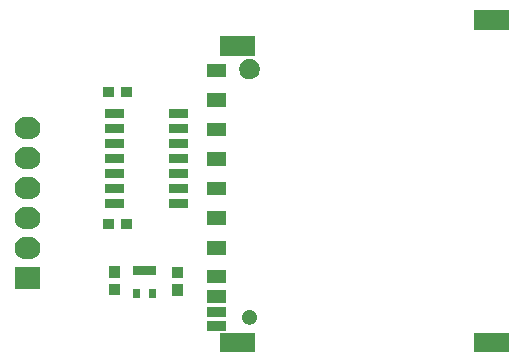
<source format=gts>
%TF.GenerationSoftware,KiCad,Pcbnew,4.0.4+e1-6308~48~ubuntu16.04.1-stable*%
%TF.CreationDate,2017-01-04T17:26:24-08:00*%
%TF.ProjectId,sd-full-2041021-4-breakout,73642D66756C6C2D323034313032312D,v1.0*%
%TF.FileFunction,Soldermask,Top*%
%FSLAX46Y46*%
G04 Gerber Fmt 4.6, Leading zero omitted, Abs format (unit mm)*
G04 Created by KiCad (PCBNEW 4.0.4+e1-6308~48~ubuntu16.04.1-stable) date Wed Jan  4 17:26:24 2017*
%MOMM*%
%LPD*%
G01*
G04 APERTURE LIST*
%ADD10C,0.350000*%
G04 APERTURE END LIST*
D10*
G36*
X140848200Y-92638200D02*
X137895800Y-92638200D01*
X137895800Y-90985800D01*
X140848200Y-90985800D01*
X140848200Y-92638200D01*
X140848200Y-92638200D01*
G37*
G36*
X119348200Y-92638200D02*
X116395800Y-92638200D01*
X116395800Y-90985800D01*
X119348200Y-90985800D01*
X119348200Y-92638200D01*
X119348200Y-92638200D01*
G37*
G36*
X116898200Y-90843200D02*
X115245800Y-90843200D01*
X115245800Y-89990800D01*
X116898200Y-89990800D01*
X116898200Y-90843200D01*
X116898200Y-90843200D01*
G37*
G36*
X118937776Y-89036215D02*
X119058065Y-89060907D01*
X119171281Y-89108498D01*
X119273089Y-89177169D01*
X119359621Y-89264307D01*
X119427578Y-89366591D01*
X119474375Y-89480130D01*
X119498159Y-89600249D01*
X119498159Y-89600254D01*
X119498227Y-89600598D01*
X119496268Y-89740863D01*
X119496192Y-89741197D01*
X119496192Y-89741211D01*
X119469063Y-89860619D01*
X119419116Y-89972803D01*
X119348326Y-90073152D01*
X119259394Y-90157842D01*
X119155705Y-90223645D01*
X119041213Y-90268053D01*
X118920276Y-90289378D01*
X118797497Y-90286806D01*
X118677555Y-90260435D01*
X118565021Y-90211270D01*
X118464184Y-90141186D01*
X118378876Y-90052848D01*
X118312350Y-89949620D01*
X118267142Y-89835437D01*
X118244975Y-89714655D01*
X118246689Y-89591861D01*
X118272221Y-89471740D01*
X118320600Y-89358865D01*
X118389980Y-89257537D01*
X118477719Y-89171616D01*
X118580480Y-89104372D01*
X118694343Y-89058368D01*
X118814969Y-89035358D01*
X118937776Y-89036215D01*
X118937776Y-89036215D01*
G37*
G36*
X116898200Y-89643200D02*
X115245800Y-89643200D01*
X115245800Y-88790800D01*
X116898200Y-88790800D01*
X116898200Y-89643200D01*
X116898200Y-89643200D01*
G37*
G36*
X116898200Y-88493200D02*
X115245800Y-88493200D01*
X115245800Y-87340800D01*
X116898200Y-87340800D01*
X116898200Y-88493200D01*
X116898200Y-88493200D01*
G37*
G36*
X110918200Y-88006200D02*
X110345800Y-88006200D01*
X110345800Y-87253800D01*
X110918200Y-87253800D01*
X110918200Y-88006200D01*
X110918200Y-88006200D01*
G37*
G36*
X109618200Y-88006200D02*
X109045800Y-88006200D01*
X109045800Y-87253800D01*
X109618200Y-87253800D01*
X109618200Y-88006200D01*
X109618200Y-88006200D01*
G37*
G36*
X113227200Y-87840200D02*
X112324800Y-87840200D01*
X112324800Y-86887800D01*
X113227200Y-86887800D01*
X113227200Y-87840200D01*
X113227200Y-87840200D01*
G37*
G36*
X107893200Y-87828200D02*
X106990800Y-87828200D01*
X106990800Y-86875800D01*
X107893200Y-86875800D01*
X107893200Y-87828200D01*
X107893200Y-87828200D01*
G37*
G36*
X101168200Y-87299800D02*
X98983800Y-87299800D01*
X98983800Y-85420200D01*
X101168200Y-85420200D01*
X101168200Y-87299800D01*
X101168200Y-87299800D01*
G37*
G36*
X116898200Y-86793200D02*
X115245800Y-86793200D01*
X115245800Y-85640800D01*
X116898200Y-85640800D01*
X116898200Y-86793200D01*
X116898200Y-86793200D01*
G37*
G36*
X113227200Y-86340200D02*
X112324800Y-86340200D01*
X112324800Y-85387800D01*
X113227200Y-85387800D01*
X113227200Y-86340200D01*
X113227200Y-86340200D01*
G37*
G36*
X107893200Y-86328200D02*
X106990800Y-86328200D01*
X106990800Y-85375800D01*
X107893200Y-85375800D01*
X107893200Y-86328200D01*
X107893200Y-86328200D01*
G37*
G36*
X110918200Y-86106200D02*
X109045800Y-86106200D01*
X109045800Y-85353800D01*
X110918200Y-85353800D01*
X110918200Y-86106200D01*
X110918200Y-86106200D01*
G37*
G36*
X100244749Y-82880277D02*
X100244754Y-82880278D01*
X100246807Y-82880292D01*
X100429080Y-82900737D01*
X100603912Y-82956197D01*
X100764641Y-83044558D01*
X100905146Y-83162456D01*
X101020076Y-83305400D01*
X101105052Y-83467945D01*
X101156839Y-83643899D01*
X101156843Y-83643940D01*
X101156844Y-83643944D01*
X101173463Y-83826558D01*
X101155648Y-83996056D01*
X101154290Y-84008973D01*
X101100052Y-84184187D01*
X101012815Y-84345529D01*
X100895900Y-84486855D01*
X100753762Y-84602779D01*
X100591815Y-84688888D01*
X100416226Y-84741902D01*
X100233685Y-84759800D01*
X99918283Y-84759800D01*
X99907251Y-84759723D01*
X99907246Y-84759722D01*
X99905193Y-84759708D01*
X99722920Y-84739263D01*
X99548088Y-84683803D01*
X99387359Y-84595442D01*
X99246854Y-84477544D01*
X99131924Y-84334600D01*
X99046948Y-84172055D01*
X98995161Y-83996101D01*
X98995157Y-83996060D01*
X98995156Y-83996056D01*
X98978537Y-83813442D01*
X98997705Y-83631074D01*
X98997710Y-83631027D01*
X99051948Y-83455813D01*
X99139185Y-83294471D01*
X99256100Y-83153145D01*
X99398238Y-83037221D01*
X99560185Y-82951112D01*
X99735774Y-82898098D01*
X99918315Y-82880200D01*
X100233717Y-82880200D01*
X100244749Y-82880277D01*
X100244749Y-82880277D01*
G37*
G36*
X116898200Y-84363200D02*
X115245800Y-84363200D01*
X115245800Y-83210800D01*
X116898200Y-83210800D01*
X116898200Y-84363200D01*
X116898200Y-84363200D01*
G37*
G36*
X108934200Y-82239200D02*
X107981800Y-82239200D01*
X107981800Y-81336800D01*
X108934200Y-81336800D01*
X108934200Y-82239200D01*
X108934200Y-82239200D01*
G37*
G36*
X107434200Y-82239200D02*
X106481800Y-82239200D01*
X106481800Y-81336800D01*
X107434200Y-81336800D01*
X107434200Y-82239200D01*
X107434200Y-82239200D01*
G37*
G36*
X100244749Y-80340277D02*
X100244754Y-80340278D01*
X100246807Y-80340292D01*
X100429080Y-80360737D01*
X100603912Y-80416197D01*
X100764641Y-80504558D01*
X100905146Y-80622456D01*
X101020076Y-80765400D01*
X101105052Y-80927945D01*
X101156839Y-81103899D01*
X101156843Y-81103940D01*
X101156844Y-81103944D01*
X101173463Y-81286558D01*
X101168182Y-81336800D01*
X101154290Y-81468973D01*
X101100052Y-81644187D01*
X101012815Y-81805529D01*
X100895900Y-81946855D01*
X100753762Y-82062779D01*
X100591815Y-82148888D01*
X100416226Y-82201902D01*
X100233685Y-82219800D01*
X99918283Y-82219800D01*
X99907251Y-82219723D01*
X99907246Y-82219722D01*
X99905193Y-82219708D01*
X99722920Y-82199263D01*
X99548088Y-82143803D01*
X99387359Y-82055442D01*
X99246854Y-81937544D01*
X99131924Y-81794600D01*
X99046948Y-81632055D01*
X98995161Y-81456101D01*
X98995157Y-81456060D01*
X98995156Y-81456056D01*
X98978537Y-81273442D01*
X98997705Y-81091074D01*
X98997710Y-81091027D01*
X99051948Y-80915813D01*
X99139185Y-80754471D01*
X99256100Y-80613145D01*
X99398238Y-80497221D01*
X99560185Y-80411112D01*
X99735774Y-80358098D01*
X99918315Y-80340200D01*
X100233717Y-80340200D01*
X100244749Y-80340277D01*
X100244749Y-80340277D01*
G37*
G36*
X116898200Y-81863200D02*
X115245800Y-81863200D01*
X115245800Y-80710800D01*
X116898200Y-80710800D01*
X116898200Y-81863200D01*
X116898200Y-81863200D01*
G37*
G36*
X108268200Y-80386200D02*
X106615800Y-80386200D01*
X106615800Y-79633800D01*
X108268200Y-79633800D01*
X108268200Y-80386200D01*
X108268200Y-80386200D01*
G37*
G36*
X113668200Y-80386200D02*
X112015800Y-80386200D01*
X112015800Y-79633800D01*
X113668200Y-79633800D01*
X113668200Y-80386200D01*
X113668200Y-80386200D01*
G37*
G36*
X100244749Y-77800277D02*
X100244754Y-77800278D01*
X100246807Y-77800292D01*
X100429080Y-77820737D01*
X100603912Y-77876197D01*
X100764641Y-77964558D01*
X100905146Y-78082456D01*
X101020076Y-78225400D01*
X101105052Y-78387945D01*
X101156839Y-78563899D01*
X101156843Y-78563940D01*
X101156844Y-78563944D01*
X101173463Y-78746558D01*
X101155648Y-78916056D01*
X101154290Y-78928973D01*
X101100052Y-79104187D01*
X101012815Y-79265529D01*
X100895900Y-79406855D01*
X100753762Y-79522779D01*
X100591815Y-79608888D01*
X100416226Y-79661902D01*
X100233685Y-79679800D01*
X99918283Y-79679800D01*
X99907251Y-79679723D01*
X99907246Y-79679722D01*
X99905193Y-79679708D01*
X99722920Y-79659263D01*
X99548088Y-79603803D01*
X99387359Y-79515442D01*
X99246854Y-79397544D01*
X99131924Y-79254600D01*
X99046948Y-79092055D01*
X98995161Y-78916101D01*
X98995157Y-78916060D01*
X98995156Y-78916056D01*
X98978537Y-78733442D01*
X98997705Y-78551074D01*
X98997710Y-78551027D01*
X99051948Y-78375813D01*
X99139185Y-78214471D01*
X99256100Y-78073145D01*
X99398238Y-77957221D01*
X99560185Y-77871112D01*
X99735774Y-77818098D01*
X99918315Y-77800200D01*
X100233717Y-77800200D01*
X100244749Y-77800277D01*
X100244749Y-77800277D01*
G37*
G36*
X116898200Y-79363200D02*
X115245800Y-79363200D01*
X115245800Y-78210800D01*
X116898200Y-78210800D01*
X116898200Y-79363200D01*
X116898200Y-79363200D01*
G37*
G36*
X108268200Y-79116200D02*
X106615800Y-79116200D01*
X106615800Y-78363800D01*
X108268200Y-78363800D01*
X108268200Y-79116200D01*
X108268200Y-79116200D01*
G37*
G36*
X113668200Y-79116200D02*
X112015800Y-79116200D01*
X112015800Y-78363800D01*
X113668200Y-78363800D01*
X113668200Y-79116200D01*
X113668200Y-79116200D01*
G37*
G36*
X113668200Y-77846200D02*
X112015800Y-77846200D01*
X112015800Y-77093800D01*
X113668200Y-77093800D01*
X113668200Y-77846200D01*
X113668200Y-77846200D01*
G37*
G36*
X108268200Y-77846200D02*
X106615800Y-77846200D01*
X106615800Y-77093800D01*
X108268200Y-77093800D01*
X108268200Y-77846200D01*
X108268200Y-77846200D01*
G37*
G36*
X100244749Y-75260277D02*
X100244754Y-75260278D01*
X100246807Y-75260292D01*
X100429080Y-75280737D01*
X100603912Y-75336197D01*
X100764641Y-75424558D01*
X100905146Y-75542456D01*
X101020076Y-75685400D01*
X101105052Y-75847945D01*
X101156839Y-76023899D01*
X101156843Y-76023940D01*
X101156844Y-76023944D01*
X101173463Y-76206558D01*
X101155648Y-76376056D01*
X101154290Y-76388973D01*
X101100052Y-76564187D01*
X101012815Y-76725529D01*
X100895900Y-76866855D01*
X100753762Y-76982779D01*
X100591815Y-77068888D01*
X100416226Y-77121902D01*
X100233685Y-77139800D01*
X99918283Y-77139800D01*
X99907251Y-77139723D01*
X99907246Y-77139722D01*
X99905193Y-77139708D01*
X99722920Y-77119263D01*
X99548088Y-77063803D01*
X99387359Y-76975442D01*
X99246854Y-76857544D01*
X99131924Y-76714600D01*
X99046948Y-76552055D01*
X98995161Y-76376101D01*
X98995157Y-76376060D01*
X98995156Y-76376056D01*
X98978537Y-76193442D01*
X98997705Y-76011074D01*
X98997710Y-76011027D01*
X99051948Y-75835813D01*
X99139185Y-75674471D01*
X99256100Y-75533145D01*
X99398238Y-75417221D01*
X99560185Y-75331112D01*
X99735774Y-75278098D01*
X99918315Y-75260200D01*
X100233717Y-75260200D01*
X100244749Y-75260277D01*
X100244749Y-75260277D01*
G37*
G36*
X116898200Y-76863200D02*
X115245800Y-76863200D01*
X115245800Y-75710800D01*
X116898200Y-75710800D01*
X116898200Y-76863200D01*
X116898200Y-76863200D01*
G37*
G36*
X113668200Y-76576200D02*
X112015800Y-76576200D01*
X112015800Y-75823800D01*
X113668200Y-75823800D01*
X113668200Y-76576200D01*
X113668200Y-76576200D01*
G37*
G36*
X108268200Y-76576200D02*
X106615800Y-76576200D01*
X106615800Y-75823800D01*
X108268200Y-75823800D01*
X108268200Y-76576200D01*
X108268200Y-76576200D01*
G37*
G36*
X108268200Y-75306200D02*
X106615800Y-75306200D01*
X106615800Y-74553800D01*
X108268200Y-74553800D01*
X108268200Y-75306200D01*
X108268200Y-75306200D01*
G37*
G36*
X113668200Y-75306200D02*
X112015800Y-75306200D01*
X112015800Y-74553800D01*
X113668200Y-74553800D01*
X113668200Y-75306200D01*
X113668200Y-75306200D01*
G37*
G36*
X100244749Y-72720277D02*
X100244754Y-72720278D01*
X100246807Y-72720292D01*
X100429080Y-72740737D01*
X100603912Y-72796197D01*
X100764641Y-72884558D01*
X100905146Y-73002456D01*
X101020076Y-73145400D01*
X101105052Y-73307945D01*
X101156839Y-73483899D01*
X101156843Y-73483940D01*
X101156844Y-73483944D01*
X101173463Y-73666558D01*
X101155648Y-73836056D01*
X101154290Y-73848973D01*
X101100052Y-74024187D01*
X101012815Y-74185529D01*
X100895900Y-74326855D01*
X100753762Y-74442779D01*
X100591815Y-74528888D01*
X100416226Y-74581902D01*
X100233685Y-74599800D01*
X99918283Y-74599800D01*
X99907251Y-74599723D01*
X99907246Y-74599722D01*
X99905193Y-74599708D01*
X99722920Y-74579263D01*
X99548088Y-74523803D01*
X99387359Y-74435442D01*
X99246854Y-74317544D01*
X99131924Y-74174600D01*
X99046948Y-74012055D01*
X98995161Y-73836101D01*
X98995157Y-73836060D01*
X98995156Y-73836056D01*
X98978537Y-73653442D01*
X98997705Y-73471074D01*
X98997710Y-73471027D01*
X99051948Y-73295813D01*
X99139185Y-73134471D01*
X99256100Y-72993145D01*
X99398238Y-72877221D01*
X99560185Y-72791112D01*
X99735774Y-72738098D01*
X99918315Y-72720200D01*
X100233717Y-72720200D01*
X100244749Y-72720277D01*
X100244749Y-72720277D01*
G37*
G36*
X116898200Y-74363200D02*
X115245800Y-74363200D01*
X115245800Y-73210800D01*
X116898200Y-73210800D01*
X116898200Y-74363200D01*
X116898200Y-74363200D01*
G37*
G36*
X108268200Y-74036200D02*
X106615800Y-74036200D01*
X106615800Y-73283800D01*
X108268200Y-73283800D01*
X108268200Y-74036200D01*
X108268200Y-74036200D01*
G37*
G36*
X113668200Y-74036200D02*
X112015800Y-74036200D01*
X112015800Y-73283800D01*
X113668200Y-73283800D01*
X113668200Y-74036200D01*
X113668200Y-74036200D01*
G37*
G36*
X108268200Y-72766200D02*
X106615800Y-72766200D01*
X106615800Y-72013800D01*
X108268200Y-72013800D01*
X108268200Y-72766200D01*
X108268200Y-72766200D01*
G37*
G36*
X113668200Y-72766200D02*
X112015800Y-72766200D01*
X112015800Y-72013800D01*
X113668200Y-72013800D01*
X113668200Y-72766200D01*
X113668200Y-72766200D01*
G37*
G36*
X116898200Y-71863200D02*
X115245800Y-71863200D01*
X115245800Y-70710800D01*
X116898200Y-70710800D01*
X116898200Y-71863200D01*
X116898200Y-71863200D01*
G37*
G36*
X108934200Y-71063200D02*
X107981800Y-71063200D01*
X107981800Y-70160800D01*
X108934200Y-70160800D01*
X108934200Y-71063200D01*
X108934200Y-71063200D01*
G37*
G36*
X107434200Y-71063200D02*
X106481800Y-71063200D01*
X106481800Y-70160800D01*
X107434200Y-70160800D01*
X107434200Y-71063200D01*
X107434200Y-71063200D01*
G37*
G36*
X118964035Y-67786382D02*
X119132350Y-67820933D01*
X119290762Y-67887523D01*
X119433216Y-67983609D01*
X119554294Y-68105535D01*
X119649381Y-68248654D01*
X119714863Y-68407524D01*
X119748169Y-68575735D01*
X119748238Y-68576084D01*
X119745497Y-68772348D01*
X119745420Y-68772686D01*
X119745420Y-68772695D01*
X119707429Y-68939913D01*
X119637540Y-69096885D01*
X119538490Y-69237298D01*
X119414053Y-69355797D01*
X119268970Y-69447870D01*
X119108769Y-69510008D01*
X118939548Y-69539847D01*
X118767751Y-69536247D01*
X118599928Y-69499350D01*
X118442466Y-69430556D01*
X118301370Y-69332492D01*
X118182005Y-69208886D01*
X118088922Y-69064449D01*
X118025664Y-68904678D01*
X117994647Y-68735676D01*
X117997045Y-68563859D01*
X118032772Y-68395780D01*
X118100462Y-68237845D01*
X118197543Y-68096063D01*
X118320311Y-67975839D01*
X118464096Y-67881750D01*
X118623416Y-67817379D01*
X118792201Y-67785183D01*
X118964035Y-67786382D01*
X118964035Y-67786382D01*
G37*
G36*
X116898200Y-69363200D02*
X115245800Y-69363200D01*
X115245800Y-68210800D01*
X116898200Y-68210800D01*
X116898200Y-69363200D01*
X116898200Y-69363200D01*
G37*
G36*
X119348200Y-67538200D02*
X116395800Y-67538200D01*
X116395800Y-65885800D01*
X119348200Y-65885800D01*
X119348200Y-67538200D01*
X119348200Y-67538200D01*
G37*
G36*
X140848200Y-65338200D02*
X137895800Y-65338200D01*
X137895800Y-63685800D01*
X140848200Y-63685800D01*
X140848200Y-65338200D01*
X140848200Y-65338200D01*
G37*
M02*

</source>
